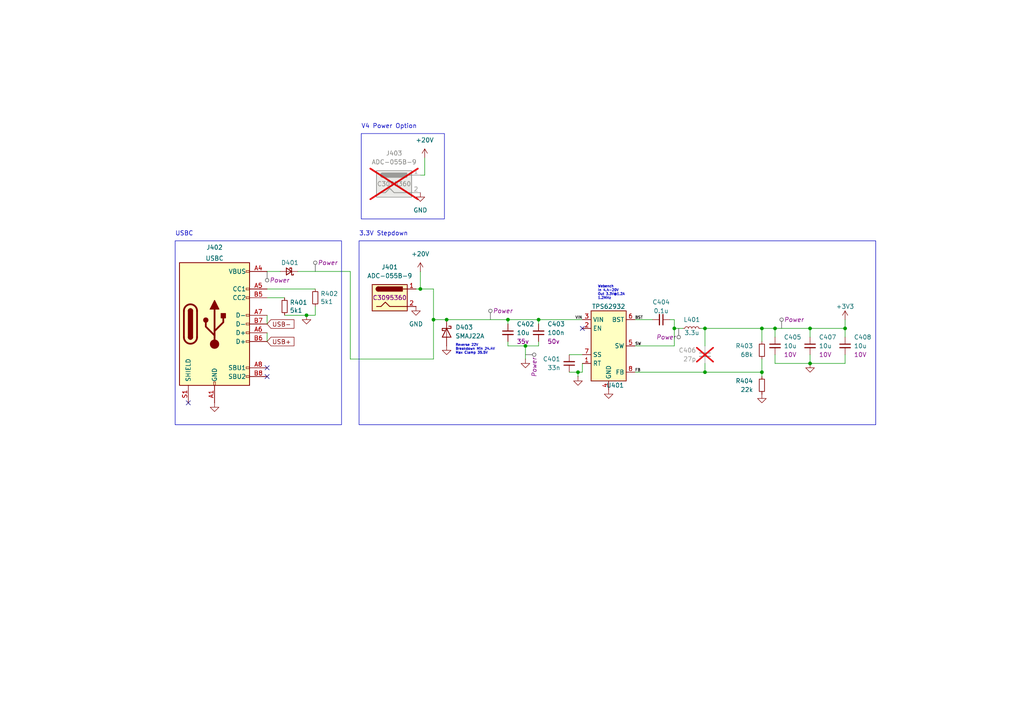
<source format=kicad_sch>
(kicad_sch (version 20231120) (generator "eeschema") (generator_version "8.0")
  (paper "A4")
  (lib_symbols
    (symbol "Connector:Barrel_Jack" (pin_names (offset 1.016))
      (property "Reference" "J" (at 0 5.334 0))
      (property "Value" "Barrel_Jack" (at 0 -5.08 0))
      (symbol "Barrel_Jack_0_1"
        (rectangle (start -5.08 3.81) (end 5.08 -3.81) (stroke (width 0.254)) (fill (type background)))
        (arc (start -3.302 3.175) (mid -3.9343 2.54) (end -3.302 1.905) (stroke (width 0.254)))
        (arc (start -3.302 3.175) (mid -3.9343 2.54) (end -3.302 1.905) (stroke (width 0.254)) (fill (type outline)))
        (polyline (pts (xy 5.08 2.54) (xy 3.81 2.54)) (stroke (width 0.254)))
        (polyline (pts (xy -3.81 -2.54) (xy -2.54 -2.54) (xy -1.27 -1.27) (xy 0 -2.54) (xy 2.54 -2.54) (xy 5.08 -2.54)) (stroke (width 0.254)))
        (rectangle (start 3.683 3.175) (end -3.302 1.905) (stroke (width 0.254)) (fill (type outline)))
      )
      (symbol "Barrel_Jack_1_1"
        (pin passive line (at 7.62 2.54 180) (length 2.54) (name "~") (number "1"))
        (pin passive line (at 7.62 -2.54 180) (length 2.54) (name "~") (number "2"))
      )
    )
    (symbol "Connector:USB_C_Receptacle_USB2.0" (pin_names (offset 1.016))
      (property "Reference" "J" (at -10.16 19.05 0))
      (property "Value" "USB_C_Receptacle_USB2.0" (at 19.05 19.05 0))
      (symbol "USB_C_Receptacle_USB2.0_0_0"
        (rectangle (start -0.254 -17.78) (end 0.254 -16.764))
        (rectangle (start 10.16 -14.986) (end 9.144 -15.494))
        (rectangle (start 10.16 -12.446) (end 9.144 -12.954))
        (rectangle (start 10.16 -4.826) (end 9.144 -5.334))
        (rectangle (start 10.16 -2.286) (end 9.144 -2.794))
        (rectangle (start 10.16 0.254) (end 9.144 -0.254))
        (rectangle (start 10.16 2.794) (end 9.144 2.286))
        (rectangle (start 10.16 7.874) (end 9.144 7.366))
        (rectangle (start 10.16 10.414) (end 9.144 9.906))
        (rectangle (start 10.16 15.494) (end 9.144 14.986))
      )
      (symbol "USB_C_Receptacle_USB2.0_0_1"
        (rectangle (start -10.16 17.78) (end 10.16 -17.78) (stroke (width 0.254)) (fill (type background)))
        (arc (start -8.89 -3.81) (mid -6.985 -5.7067) (end -5.08 -3.81) (stroke (width 0.508)))
        (arc (start -7.62 -3.81) (mid -6.985 -4.4423) (end -6.35 -3.81) (stroke (width 0.254)))
        (arc (start -7.62 -3.81) (mid -6.985 -4.4423) (end -6.35 -3.81) (stroke (width 0.254)) (fill (type outline)))
        (rectangle (start -7.62 -3.81) (end -6.35 3.81) (stroke (width 0.254)) (fill (type outline)))
        (arc (start -6.35 3.81) (mid -6.985 4.4423) (end -7.62 3.81) (stroke (width 0.254)))
        (arc (start -6.35 3.81) (mid -6.985 4.4423) (end -7.62 3.81) (stroke (width 0.254)) (fill (type outline)))
        (arc (start -5.08 3.81) (mid -6.985 5.7067) (end -8.89 3.81) (stroke (width 0.508)))
        (circle (center -2.54 1.143) (radius 0.635) (stroke (width 0.254)) (fill (type outline)))
        (circle (center 0 -5.842) (radius 1.27) (fill (type outline)))
        (polyline (pts (xy -8.89 -3.81) (xy -8.89 3.81)) (stroke (width 0.508)))
        (polyline (pts (xy -5.08 3.81) (xy -5.08 -3.81)) (stroke (width 0.508)))
        (polyline (pts (xy 0 -5.842) (xy 0 4.318)) (stroke (width 0.508)))
        (polyline (pts (xy 0 -3.302) (xy -2.54 -0.762) (xy -2.54 0.508)) (stroke (width 0.508)))
        (polyline (pts (xy 0 -2.032) (xy 2.54 0.508) (xy 2.54 1.778)) (stroke (width 0.508)))
        (polyline (pts (xy -1.27 4.318) (xy 0 6.858) (xy 1.27 4.318) (xy -1.27 4.318)) (stroke (width 0.254)) (fill (type outline)))
        (rectangle (start 1.905 1.778) (end 3.175 3.048) (stroke (width 0.254)) (fill (type outline)))
      )
      (symbol "USB_C_Receptacle_USB2.0_1_1"
        (pin passive line (at 0 -22.86 90) (length 5.08) (name "GND") (number "A1"))
        (pin passive line (at 0 -22.86 90) (length 5.08) hide (name "GND") (number "A12"))
        (pin passive line (at 15.24 15.24 180) (length 5.08) (name "VBUS") (number "A4"))
        (pin bidirectional line (at 15.24 10.16 180) (length 5.08) (name "CC1") (number "A5"))
        (pin bidirectional line (at 15.24 -2.54 180) (length 5.08) (name "D+") (number "A6"))
        (pin bidirectional line (at 15.24 2.54 180) (length 5.08) (name "D-") (number "A7"))
        (pin bidirectional line (at 15.24 -12.7 180) (length 5.08) (name "SBU1") (number "A8"))
        (pin passive line (at 15.24 15.24 180) (length 5.08) hide (name "VBUS") (number "A9"))
        (pin passive line (at 0 -22.86 90) (length 5.08) hide (name "GND") (number "B1"))
        (pin passive line (at 0 -22.86 90) (length 5.08) hide (name "GND") (number "B12"))
        (pin passive line (at 15.24 15.24 180) (length 5.08) hide (name "VBUS") (number "B4"))
        (pin bidirectional line (at 15.24 7.62 180) (length 5.08) (name "CC2") (number "B5"))
        (pin bidirectional line (at 15.24 -5.08 180) (length 5.08) (name "D+") (number "B6"))
        (pin bidirectional line (at 15.24 0 180) (length 5.08) (name "D-") (number "B7"))
        (pin bidirectional line (at 15.24 -15.24 180) (length 5.08) (name "SBU2") (number "B8"))
        (pin passive line (at 15.24 15.24 180) (length 5.08) hide (name "VBUS") (number "B9"))
        (pin passive line (at -7.62 -22.86 90) (length 5.08) (name "SHIELD") (number "S1"))
      )
    )
    (symbol "Device:C_Small" (pin_numbers hide) (pin_names (offset 0.254) hide)
      (property "Reference" "C" (at 0.254 1.778 0))
      (property "Value" "C_Small" (at 0.254 -2.032 0))
      (symbol "C_Small_0_1"
        (polyline (pts (xy -1.524 -0.508) (xy 1.524 -0.508)) (stroke (width 0.3302)))
        (polyline (pts (xy -1.524 0.508) (xy 1.524 0.508)) (stroke (width 0.3048)))
      )
      (symbol "C_Small_1_1"
        (pin passive line (at 0 2.54 270) (length 2.032) (name "~") (number "1"))
        (pin passive line (at 0 -2.54 90) (length 2.032) (name "~") (number "2"))
      )
    )
    (symbol "Device:D_Schottky" (pin_numbers hide) (pin_names (offset 1.016) hide)
      (property "Reference" "D" (at 0 2.54 0))
      (property "Value" "D_Schottky" (at 0 -2.54 0))
      (symbol "D_Schottky_0_1"
        (polyline (pts (xy 1.27 0) (xy -1.27 0)))
        (polyline (pts (xy 1.27 1.27) (xy 1.27 -1.27) (xy -1.27 0) (xy 1.27 1.27)) (stroke (width 0.254)))
        (polyline (pts (xy -1.905 0.635) (xy -1.905 1.27) (xy -1.27 1.27) (xy -1.27 -1.27) (xy -0.635 -1.27) (xy -0.635 -0.635)) (stroke (width 0.254)))
      )
      (symbol "D_Schottky_1_1"
        (pin passive line (at -3.81 0 0) (length 2.54) (name "K") (number "1"))
        (pin passive line (at 3.81 0 180) (length 2.54) (name "A") (number "2"))
      )
    )
    (symbol "Device:D_Schottky_Small" (pin_numbers hide) (pin_names (offset 0.254) hide)
      (property "Reference" "D" (at -1.27 2.032 0))
      (property "Value" "D_Schottky_Small" (at -7.112 -2.032 0))
      (symbol "D_Schottky_Small_0_1"
        (polyline (pts (xy -0.762 0) (xy 0.762 0)))
        (polyline (pts (xy 0.762 -1.016) (xy -0.762 0) (xy 0.762 1.016) (xy 0.762 -1.016)) (stroke (width 0.254)))
        (polyline (pts (xy -1.27 0.762) (xy -1.27 1.016) (xy -0.762 1.016) (xy -0.762 -1.016) (xy -0.254 -1.016) (xy -0.254 -0.762)) (stroke (width 0.254)))
      )
      (symbol "D_Schottky_Small_1_1"
        (pin passive line (at -2.54 0 0) (length 1.778) (name "K") (number "1"))
        (pin passive line (at 2.54 0 180) (length 1.778) (name "A") (number "2"))
      )
    )
    (symbol "Device:L_Small" (pin_numbers hide) (pin_names (offset 0.254) hide)
      (property "Reference" "L" (at 0.762 1.016 0))
      (property "Value" "L_Small" (at 0.762 -1.016 0))
      (symbol "L_Small_0_1"
        (arc (start 0 -2.032) (mid 0.5058 -1.524) (end 0 -1.016))
        (arc (start 0 -1.016) (mid 0.5058 -0.508) (end 0 0))
        (arc (start 0 0) (mid 0.5058 0.508) (end 0 1.016))
        (arc (start 0 1.016) (mid 0.5058 1.524) (end 0 2.032))
      )
      (symbol "L_Small_1_1"
        (pin passive line (at 0 2.54 270) (length 0.508) (name "~") (number "1"))
        (pin passive line (at 0 -2.54 90) (length 0.508) (name "~") (number "2"))
      )
    )
    (symbol "Device:R_Small" (pin_numbers hide) (pin_names (offset 0.254) hide)
      (property "Reference" "R" (at 0.762 0.508 0))
      (property "Value" "R_Small" (at 0.762 -1.016 0))
      (symbol "R_Small_0_1"
        (rectangle (start -0.762 1.778) (end 0.762 -1.778) (stroke (width 0.2032)))
      )
      (symbol "R_Small_1_1"
        (pin passive line (at 0 2.54 270) (length 0.762) (name "~") (number "1"))
        (pin passive line (at 0 -2.54 90) (length 0.762) (name "~") (number "2"))
      )
    )
    (symbol "GND_1" (power) (pin_names (offset 0))
      (property "Value" "GND_1" (at 0 -3.81 0))
      (symbol "GND_1_0_1"
        (polyline (pts (xy 0 0) (xy 0 -1.27) (xy 1.27 -1.27) (xy 0 -2.54) (xy -1.27 -1.27) (xy 0 -1.27)))
      )
      (symbol "GND_1_1_1"
        (pin power_in line (at 0 0 270) (length 0) hide (name "GND") (number "1"))
      )
    )
    (symbol "Regulator_Switching:TPS62932"
      (property "Reference" "U" (at 0 13.97 0))
      (property "Value" "TPS62932" (at 0 11.43 0))
      (symbol "TPS62932_0_1"
        (rectangle (start -5.08 10.16) (end 5.08 -10.16) (stroke (width 0.254)) (fill (type background)))
      )
      (symbol "TPS62932_1_1"
        (pin passive line (at -7.62 -5.08 0) (length 2.54) (name "RT") (number "1"))
        (pin input line (at -7.62 5.08 0) (length 2.54) (name "EN") (number "2"))
        (pin power_in line (at -7.62 7.62 0) (length 2.54) (name "VIN") (number "3"))
        (pin power_in line (at 0 -12.7 90) (length 2.54) (name "GND") (number "4"))
        (pin output line (at 7.62 0 180) (length 2.54) (name "SW") (number "5"))
        (pin passive line (at 7.62 7.62 180) (length 2.54) (name "BST") (number "6"))
        (pin passive line (at -7.62 -2.54 0) (length 2.54) (name "SS") (number "7"))
        (pin input line (at 7.62 -7.62 180) (length 2.54) (name "FB") (number "8"))
      )
    )
    (symbol "power:+3V3" (power) (pin_names (offset 0))
      (property "Value" "+3V3" (at 0 3.556 0))
      (symbol "+3V3_0_1"
        (polyline (pts (xy -0.762 1.27) (xy 0 2.54)))
        (polyline (pts (xy 0 0) (xy 0 2.54)))
        (polyline (pts (xy 0 2.54) (xy 0.762 1.27)))
      )
      (symbol "+3V3_1_1"
        (pin power_in line (at 0 0 90) (length 0) hide (name "+3V3") (number "1"))
      )
    )
    (symbol "power:+5V" (power) (pin_numbers hide) (pin_names (offset 0) hide)
      (property "Value" "+5V" (at 0 3.556 0))
      (symbol "+5V_0_1"
        (polyline (pts (xy -0.762 1.27) (xy 0 2.54)))
        (polyline (pts (xy 0 0) (xy 0 2.54)))
        (polyline (pts (xy 0 2.54) (xy 0.762 1.27)))
      )
      (symbol "+5V_1_1"
        (pin power_in line (at 0 0 90) (length 0) (name "~") (number "1"))
      )
    )
    (symbol "power:GND" (power) (pin_numbers hide) (pin_names (offset 0) hide)
      (property "Value" "GND" (at 0 -3.81 0))
      (symbol "GND_0_1"
        (polyline (pts (xy 0 0) (xy 0 -1.27) (xy 1.27 -1.27) (xy 0 -2.54) (xy -1.27 -1.27) (xy 0 -1.27)))
      )
      (symbol "GND_1_1"
        (pin power_in line (at 0 0 270) (length 0) (name "~") (number "1"))
      )
    )
  )
  (junction (at 147.32 92.71))
  (junction (at 220.98 107.95))
  (junction (at 125.73 92.71))
  (junction (at 245.11 95.25))
  (junction (at 129.54 92.71))
  (junction (at 167.64 107.95))
  (junction (at 234.95 95.25))
  (junction (at 220.98 95.25))
  (junction (at 195.58 95.25))
  (junction (at 234.95 105.41))
  (junction (at 204.47 107.95))
  (junction (at 152.4 100.33))
  (junction (at 88.9 91.44))
  (junction (at 224.79 95.25))
  (junction (at 121.92 83.82))
  (junction (at 204.47 95.25))
  (junction (at 156.21 92.71))
  (no_connect (at 54.61 116.84))
  (no_connect (at 77.47 109.22))
  (no_connect (at 77.47 106.68))
  (no_connect (at 168.91 95.25))
  (wire (pts (xy 245.11 92.71) (xy 245.11 95.25)))
  (wire (pts (xy 147.32 93.98) (xy 147.32 92.71)))
  (wire (pts (xy 82.55 91.44) (xy 88.9 91.44)))
  (wire (pts (xy 184.15 100.33) (xy 195.58 100.33)))
  (wire (pts (xy 220.98 107.95) (xy 204.47 107.95)))
  (wire (pts (xy 125.73 92.71) (xy 125.73 83.82)))
  (wire (pts (xy 77.47 91.44) (xy 77.47 93.98)))
  (wire (pts (xy 220.98 95.25) (xy 220.98 99.06)))
  (wire (pts (xy 167.64 107.95) (xy 168.91 107.95)))
  (wire (pts (xy 156.21 92.71) (xy 168.91 92.71)))
  (wire (pts (xy 123.19 50.8) (xy 123.19 45.72)))
  (wire (pts (xy 147.32 92.71) (xy 156.21 92.71)))
  (wire (pts (xy 220.98 95.25) (xy 224.79 95.25)))
  (wire (pts (xy 195.58 100.33) (xy 195.58 95.25)))
  (wire (pts (xy 91.44 91.44) (xy 91.44 88.9)))
  (wire (pts (xy 125.73 104.14) (xy 125.73 92.71)))
  (wire (pts (xy 203.2 95.25) (xy 204.47 95.25)))
  (wire (pts (xy 81.28 78.74) (xy 77.47 78.74)))
  (wire (pts (xy 168.91 107.95) (xy 168.91 105.41)))
  (wire (pts (xy 165.1 107.95) (xy 167.64 107.95)))
  (wire (pts (xy 195.58 95.25) (xy 198.12 95.25)))
  (wire (pts (xy 204.47 105.41) (xy 204.47 107.95)))
  (wire (pts (xy 77.47 83.82) (xy 91.44 83.82)))
  (wire (pts (xy 156.21 100.33) (xy 152.4 100.33)))
  (wire (pts (xy 147.32 99.06) (xy 147.32 100.33)))
  (wire (pts (xy 88.9 91.44) (xy 91.44 91.44)))
  (wire (pts (xy 224.79 105.41) (xy 224.79 102.87)))
  (wire (pts (xy 224.79 95.25) (xy 234.95 95.25)))
  (wire (pts (xy 125.73 92.71) (xy 129.54 92.71)))
  (wire (pts (xy 129.54 92.71) (xy 147.32 92.71)))
  (wire (pts (xy 121.92 83.82) (xy 121.92 78.74)))
  (wire (pts (xy 77.47 86.36) (xy 82.55 86.36)))
  (wire (pts (xy 121.92 50.8) (xy 123.19 50.8)))
  (wire (pts (xy 152.4 100.33) (xy 147.32 100.33)))
  (wire (pts (xy 245.11 95.25) (xy 245.11 97.79)))
  (wire (pts (xy 156.21 93.98) (xy 156.21 92.71)))
  (wire (pts (xy 224.79 97.79) (xy 224.79 95.25)))
  (wire (pts (xy 234.95 95.25) (xy 234.95 97.79)))
  (wire (pts (xy 184.15 92.71) (xy 189.23 92.71)))
  (wire (pts (xy 245.11 102.87) (xy 245.11 105.41)))
  (wire (pts (xy 125.73 83.82) (xy 121.92 83.82)))
  (wire (pts (xy 234.95 105.41) (xy 245.11 105.41)))
  (wire (pts (xy 220.98 104.14) (xy 220.98 107.95)))
  (wire (pts (xy 101.6 78.74) (xy 101.6 104.14)))
  (wire (pts (xy 156.21 99.06) (xy 156.21 100.33)))
  (wire (pts (xy 224.79 105.41) (xy 234.95 105.41)))
  (wire (pts (xy 204.47 107.95) (xy 184.15 107.95)))
  (wire (pts (xy 220.98 107.95) (xy 220.98 109.22)))
  (wire (pts (xy 86.36 78.74) (xy 101.6 78.74)))
  (wire (pts (xy 195.58 92.71) (xy 195.58 95.25)))
  (wire (pts (xy 167.64 107.95) (xy 167.64 109.22)))
  (wire (pts (xy 194.31 92.71) (xy 195.58 92.71)))
  (wire (pts (xy 165.1 102.87) (xy 168.91 102.87)))
  (wire (pts (xy 204.47 95.25) (xy 220.98 95.25)))
  (wire (pts (xy 234.95 95.25) (xy 245.11 95.25)))
  (wire (pts (xy 77.47 96.52) (xy 77.47 99.06)))
  (wire (pts (xy 120.65 83.82) (xy 121.92 83.82)))
  (wire (pts (xy 101.6 104.14) (xy 125.73 104.14)))
  (wire (pts (xy 204.47 95.25) (xy 204.47 100.33)))
  (wire (pts (xy 234.95 102.87) (xy 234.95 105.41)))
  (wire (pts (xy 152.4 104.14) (xy 152.4 100.33)))
  (rectangle (start 104.775 38.735) (end 128.905 63.5))
  (rectangle (start 104.14 69.85) (end 254 123.19))
  (rectangle (start 50.8 69.85) (end 99.06 123.19))
  (text "V4 Power Option" (at 104.775 37.465 0) (effects (font (size 1.27 1.27)) (justify left bottom)))
  (text "USBC" (at 50.8 68.58 0) (effects (font (size 1.27 1.27)) (justify left bottom)))
  (text "Webench\nIn 4.4-20V\nOut 3.3V@1.2A\n1.2MHz" (at 173.355 86.995 0) (effects (font (size 0.7 0.7)) (justify left bottom)))
  (text "3.3V Stepdown" (at 104.14 68.58 0) (effects (font (size 1.27 1.27)) (justify left bottom)))
  (text "Reverse 22V\nBreakdown Min 24.4V\nMax Clamp 35.5V" (at 132.08 102.87 0) (effects (font (size 0.7 0.7)) (justify left bottom)))
  (label "VIN" (at 168.91 92.71 180) (effects (font (size 0.8 0.8))))
  (label "FB" (at 184.15 107.95 0) (effects (font (size 0.8 0.8))))
  (label "BST" (at 184.15 92.71 0) (effects (font (size 0.8 0.8))))
  (label "SW" (at 184.15 100.33 0) (effects (font (size 0.8 0.8))))
  (global_label "USB+" (shape input) (at 77.47 99.06 0) (property "Intersheetrefs" "${INTERSHEET_REFS}" (effects (hide yes))))
  (global_label "USB-" (shape input) (at 77.47 93.98 0) (property "Intersheetrefs" "${INTERSHEET_REFS}" (effects (hide yes))))
  (netclass_flag "" (length 2.54) (shape round) (at 196.85 95.25 180) (property "Netclass" "Power" (at 196.1515 97.79 0) (effects (font (italic yes)) (justify right))))
  (netclass_flag "" (length 2.54) (shape round) (at 226.695 95.25 0) (property "Netclass" "Power" (at 227.3935 92.71 0) (effects (font (italic yes)) (justify left))))
  (netclass_flag "" (length 2.54) (shape round) (at 91.44 78.74 0) (property "Netclass" "Power" (at 92.1385 76.2 0) (effects (font (italic yes)) (justify left))))
  (netclass_flag "" (length 2.54) (shape round) (at 77.47 78.74 180) (property "Netclass" "Power" (at 78.1685 81.28 0) (effects (font (italic yes)) (justify left))))
  (netclass_flag "" (length 2.54) (shape round) (at 142.24 92.71 0) (property "Netclass" "Power" (at 142.9385 90.17 0) (effects (font (italic yes)) (justify left))))
  (netclass_flag "" (length 2.54) (shape round) (at 152.4 102.87 270) (property "Netclass" "Power" (at 154.94 103.5685 90) (effects (font (italic yes)) (justify right))))
  (symbol (lib_id "Device:R_Small") (at 91.44 86.36 0) (unit 1)
    (property "Reference" "R402" (at 92.9386 85.1916 0) (effects (justify left)))
    (property "Value" "5k1" (at 92.9386 87.503 0) (effects (justify left)))
    (property "Footprint" "Resistor_SMD:R_0402_1005Metric" (effects (hide yes)))
    (property "LCSC" "C25905" (effects (hide yes)))
  )
  (symbol (lib_id "power:+3V3") (at 245.11 92.71 0) (unit 1)
    (property "Reference" "#PWR0411" (effects (hide yes)))
    (property "Value" "+3V3" (at 245.11 88.9 0))
  )
  (symbol (lib_id "power:GND") (at 176.53 113.03 0) (unit 1)
    (property "Reference" "#PWR0412" (effects (hide yes)))
    (property "Value" "GND" (effects (hide yes)))
  )
  (symbol (lib_id "Device:C_Small") (at 234.95 100.33 0) (unit 1)
    (property "Reference" "C407" (at 237.49 97.7962 0) (effects (justify left)))
    (property "Value" "10u" (at 237.49 100.3362 0) (effects (justify left)))
    (property "Footprint" "Capacitor_SMD:C_0603_1608Metric" (effects (hide yes)))
    (property "LCSC" "C19702" (effects (hide yes)))
    (property "Notes" "10V" (at 237.49 102.8762 0) (effects (justify left)))
  )
  (symbol (lib_id "power:GND") (at 121.92 55.88 0) (unit 1)
    (property "Reference" "#PWR0405" (effects (hide yes)))
    (property "Value" "GND" (at 121.92 60.96 0))
    (property "Description" "Power symbol creates a global label with name \"GND\" , ground" (effects (hide yes)))
  )
  (symbol (lib_id "Connector:Barrel_Jack") (at 114.3 53.34 0) (unit 1) (in_bom no) (dnp yes)
    (property "Reference" "J403" (at 114.3 44.45 0))
    (property "Value" "ADC-055B-9" (at 114.3 46.99 0))
    (property "Footprint" "!esphome-dot:BarrelJack_AdamTech_ADC-055B-9" (effects (hide yes)))
    (property "Description" "DC Barrel Jack" (effects (hide yes)))
    (property "LCSC" "C3095360" (at 114.3 53.34 0))
  )
  (symbol (lib_id "Device:D_Schottky") (at 129.54 96.52 270) (unit 1)
    (property "Reference" "D403" (at 132.08 94.9325 90) (effects (justify left)))
    (property "Value" "SMAJ22A" (at 132.08 97.4725 90) (effects (justify left)))
    (property "Footprint" "Diode_SMD:D_SMA" (effects (hide yes)))
    (property "LCSC" "C353464" (effects (hide yes)))
  )
  (symbol (lib_id "Regulator_Switching:TPS62932") (at 176.53 100.33 0) (unit 1)
    (property "Reference" "U401" (at 178.435 111.76 0))
    (property "Value" "TPS62932" (at 176.53 88.9 0))
    (property "Footprint" "Package_TO_SOT_SMD:SOT-583-8" (effects (hide yes)))
    (property "Datasheet" "https://www.ti.com/lit/ds/symlink/tps62933.pdf" (effects (hide yes)))
    (property "Description" "3.8-30V, 2A  Synchronous Buck Converters with pulse frequency modulation (PFM), SOT583-8" (effects (hide yes)))
    (property "LCSC" "C3032935" (effects (hide yes)))
  )
  (symbol (lib_id "power:GND") (at 152.4 104.14 0) (unit 1)
    (property "Reference" "#PWR0407" (effects (hide yes)))
    (property "Value" "GND" (effects (hide yes)))
  )
  (symbol (lib_id "Device:L_Small") (at 200.66 95.25 90) (unit 1)
    (property "Reference" "L401" (at 200.66 92.71 90))
    (property "Value" "3.3u" (at 200.66 96.52 90))
  )
  (symbol (lib_id "power:GND") (at 234.95 105.41 0) (unit 1)
    (property "Reference" "#PWR0410" (effects (hide yes)))
    (property "Value" "GND" (effects (hide yes)))
  )
  (symbol (lib_id "power:+5V") (at 123.19 45.72 0) (unit 1)
    (property "Reference" "#PWR0408" (effects (hide yes)))
    (property "Value" "+20V" (at 123.19 40.64 0))
    (property "Description" "Power symbol creates a global label with name \"+5V\"" (effects (hide yes)))
  )
  (symbol (lib_id "Device:R_Small") (at 82.55 88.9 0) (unit 1)
    (property "Reference" "R401" (at 84.0486 87.7316 0) (effects (justify left)))
    (property "Value" "5k1" (at 84.0486 90.043 0) (effects (justify left)))
    (property "Footprint" "Resistor_SMD:R_0402_1005Metric" (effects (hide yes)))
    (property "LCSC" "C25905" (effects (hide yes)))
  )
  (symbol (lib_id "Device:R_Small") (at 220.98 111.76 0) (mirror y) (unit 1)
    (property "Reference" "R404" (at 218.44 110.49 0) (effects (justify left)))
    (property "Value" "22k" (at 218.44 113.03 0) (effects (justify left)))
    (property "Footprint" "Resistor_SMD:R_0402_1005Metric" (effects (hide yes)))
    (property "LCSC" "C25768" (effects (hide yes)))
  )
  (symbol (lib_id "Device:C_Small") (at 224.79 100.33 0) (unit 1)
    (property "Reference" "C405" (at 227.33 97.7962 0) (effects (justify left)))
    (property "Value" "10u" (at 227.33 100.3362 0) (effects (justify left)))
    (property "Footprint" "Capacitor_SMD:C_0603_1608Metric" (effects (hide yes)))
    (property "LCSC" "C19702" (effects (hide yes)))
    (property "Notes" "10V" (at 227.33 102.8762 0) (effects (justify left)))
  )
  (symbol (lib_id "Device:C_Small") (at 191.77 92.71 270) (unit 1)
    (property "Reference" "C404" (at 191.7636 87.63 90))
    (property "Value" "0.1u" (at 191.7636 90.17 90))
    (property "Footprint" "Capacitor_SMD:C_0603_1608Metric" (effects (hide yes)))
    (property "LCSC" "C14663" (effects (hide yes)))
  )
  (symbol (lib_id "power:GND") (at 120.65 88.9 0) (unit 1)
    (property "Reference" "#PWR0402" (effects (hide yes)))
    (property "Value" "GND" (at 120.65 93.98 0))
    (property "Description" "Power symbol creates a global label with name \"GND\" , ground" (effects (hide yes)))
  )
  (symbol (lib_name "GND_1") (lib_id "power:GND") (at 62.23 116.84 0) (unit 1)
    (property "Reference" "#PWR0403" (effects (hide yes)))
    (property "Value" "GND" (effects (hide yes)))
  )
  (symbol (lib_id "Connector:USB_C_Receptacle_USB2.0") (at 62.23 93.98 0) (unit 1)
    (property "Reference" "J402" (at 62.23 71.755 0))
    (property "Value" "USBC" (at 62.23 74.93 0))
    (property "Footprint" "Connector_USB:USB_C_Receptacle_GCT_USB4105-xx-A_16P_TopMnt_Horizontal" (effects (hide yes)))
    (property "Datasheet" "https://www.usb.org/sites/default/files/documents/usb_type-c.zip" (effects (hide yes)))
    (property "LCSC" "C2765186" (effects (hide yes)))
  )
  (symbol (lib_id "Device:C_Small") (at 147.32 96.52 0) (unit 1)
    (property "Reference" "C402" (at 149.86 93.9862 0) (effects (justify left)))
    (property "Value" "10u" (at 149.86 96.5262 0) (effects (justify left)))
    (property "Footprint" "Capacitor_SMD:C_1206_3216Metric" (effects (hide yes)))
    (property "LCSC" "C13585" (effects (hide yes)))
    (property "Notes" "35v" (at 149.86 99.0662 0) (effects (justify left)))
  )
  (symbol (lib_id "Device:C_Small") (at 156.21 96.52 180) (unit 1)
    (property "Reference" "C403" (at 158.75 93.9735 0) (effects (justify right)))
    (property "Value" "100n" (at 158.75 96.5135 0) (effects (justify right)))
    (property "Footprint" "Capacitor_SMD:C_0603_1608Metric" (effects (hide yes)))
    (property "LCSC" "C14663" (effects (hide yes)))
    (property "Notes" "50v" (at 158.75 99.0535 0) (effects (justify right)))
  )
  (symbol (lib_name "GND_1") (lib_id "power:GND") (at 88.9 91.44 0) (unit 1)
    (property "Reference" "#PWR0404" (effects (hide yes)))
    (property "Value" "GND" (effects (hide yes)))
  )
  (symbol (lib_id "power:+5V") (at 121.92 78.74 0) (unit 1)
    (property "Reference" "#PWR0401" (effects (hide yes)))
    (property "Value" "+20V" (at 121.92 73.66 0))
    (property "Description" "Power symbol creates a global label with name \"+5V\"" (effects (hide yes)))
  )
  (symbol (lib_id "Device:C_Small") (at 165.1 105.41 180) (unit 1)
    (property "Reference" "C401" (at 162.56 104.1335 0) (effects (justify left)))
    (property "Value" "33n" (at 162.56 106.6735 0) (effects (justify left)))
  )
  (symbol (lib_id "Device:C_Small") (at 245.11 100.33 0) (unit 1)
    (property "Reference" "C408" (at 247.65 97.7962 0) (effects (justify left)))
    (property "Value" "10u" (at 247.65 100.3362 0) (effects (justify left)))
    (property "Footprint" "Capacitor_SMD:C_0603_1608Metric" (effects (hide yes)))
    (property "LCSC" "C19702" (effects (hide yes)))
    (property "Notes" "10V" (at 247.65 102.8762 0) (effects (justify left)))
  )
  (symbol (lib_id "power:GND") (at 220.98 114.3 0) (unit 1)
    (property "Reference" "#PWR0409" (effects (hide yes)))
    (property "Value" "GND" (effects (hide yes)))
  )
  (symbol (lib_id "power:GND") (at 167.64 109.22 0) (unit 1)
    (property "Reference" "#PWR0413" (effects (hide yes)))
    (property "Value" "GND" (effects (hide yes)))
  )
  (symbol (lib_id "Device:D_Schottky_Small") (at 83.82 78.74 180) (unit 1)
    (property "Reference" "D401" (at 84.074 76.2 0))
    (property "Value" "CUS05S40.H3F" (effects (hide yes)))
    (property "Footprint" "Diode_SMD:D_SOD-323" (effects (hide yes)))
    (property "LCSC" "C2762696" (effects (hide yes)))
  )
  (symbol (lib_id "Device:C_Small") (at 204.47 102.87 0) (mirror y) (unit 1) (in_bom no) (dnp yes)
    (property "Reference" "C406" (at 201.93 101.6062 0) (effects (justify left)))
    (property "Value" "27p" (at 201.93 104.1462 0) (effects (justify left)))
    (property "Footprint" "Capacitor_SMD:C_0603_1608Metric" (effects (hide yes)))
  )
  (symbol (lib_id "Connector:Barrel_Jack") (at 113.03 86.36 0) (unit 1)
    (property "Reference" "J401" (at 113.03 77.47 0))
    (property "Value" "ADC-055B-9" (at 113.03 80.01 0))
    (property "Footprint" "!esphome-dot:BarrelJack_AdamTech_ADC-055B-9" (effects (hide yes)))
    (property "Description" "DC Barrel Jack" (effects (hide yes)))
    (property "LCSC" "C3095360" (at 113.03 86.36 0))
  )
  (symbol (lib_id "power:GND") (at 129.54 100.33 0) (unit 1)
    (property "Reference" "#PWR0406" (effects (hide yes)))
    (property "Value" "GND" (effects (hide yes)))
  )
  (symbol (lib_id "Device:R_Small") (at 220.98 101.6 0) (mirror x) (unit 1)
    (property "Reference" "R403" (at 218.44 100.33 0) (effects (justify right)))
    (property "Value" "68k" (at 218.44 102.87 0) (effects (justify right)))
    (property "Footprint" "Resistor_SMD:R_0402_1005Metric" (effects (hide yes)))
    (property "LCSC" "C36871" (effects (hide yes)))
  )
)
</source>
